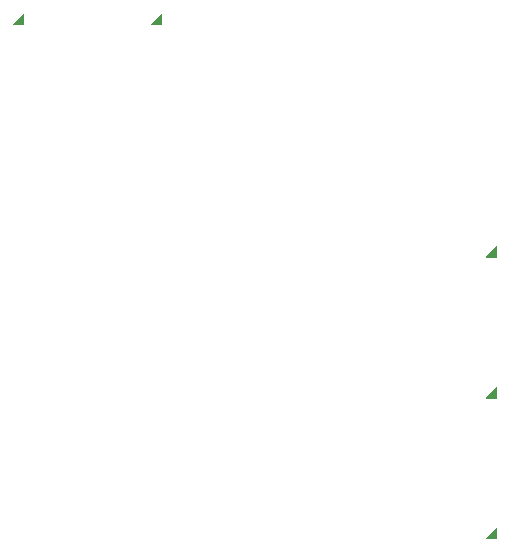
<source format=gbr>
%TF.GenerationSoftware,KiCad,Pcbnew,9.0.7*%
%TF.CreationDate,2026-02-18T12:12:19+05:30*%
%TF.ProjectId,RenPad,52656e50-6164-42e6-9b69-6361645f7063,rev?*%
%TF.SameCoordinates,Original*%
%TF.FileFunction,Legend,Bot*%
%TF.FilePolarity,Positive*%
%FSLAX46Y46*%
G04 Gerber Fmt 4.6, Leading zero omitted, Abs format (unit mm)*
G04 Created by KiCad (PCBNEW 9.0.7) date 2026-02-18 12:12:19*
%MOMM*%
%LPD*%
G01*
G04 APERTURE LIST*
%ADD10C,0.100000*%
G04 APERTURE END LIST*
D10*
%TO.C,D12*%
X109412501Y-67824958D02*
X108512501Y-67824958D01*
X109412501Y-66924958D01*
X109412501Y-67824958D01*
G36*
X109412501Y-67824958D02*
G01*
X108512501Y-67824958D01*
X109412501Y-66924958D01*
X109412501Y-67824958D01*
G37*
%TO.C,D9*%
X149456301Y-87522158D02*
X148556301Y-87522158D01*
X149456301Y-86622158D01*
X149456301Y-87522158D01*
G36*
X149456301Y-87522158D02*
G01*
X148556301Y-87522158D01*
X149456301Y-86622158D01*
X149456301Y-87522158D01*
G37*
%TO.C,D10*%
X149456301Y-99428358D02*
X148556301Y-99428358D01*
X149456301Y-98528358D01*
X149456301Y-99428358D01*
G36*
X149456301Y-99428358D02*
G01*
X148556301Y-99428358D01*
X149456301Y-98528358D01*
X149456301Y-99428358D01*
G37*
%TO.C,D13*%
X121100001Y-67807658D02*
X120200001Y-67807658D01*
X121100001Y-66907658D01*
X121100001Y-67807658D01*
G36*
X121100001Y-67807658D02*
G01*
X120200001Y-67807658D01*
X121100001Y-66907658D01*
X121100001Y-67807658D01*
G37*
%TO.C,D11*%
X149456301Y-111334658D02*
X148556301Y-111334658D01*
X149456301Y-110434658D01*
X149456301Y-111334658D01*
G36*
X149456301Y-111334658D02*
G01*
X148556301Y-111334658D01*
X149456301Y-110434658D01*
X149456301Y-111334658D01*
G37*
%TD*%
M02*

</source>
